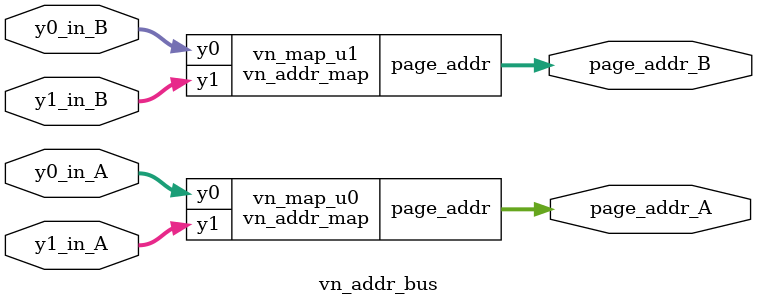
<source format=v>
`timescale 1ns / 1ps
module vn_addr_map (
    output wire [4:0] page_addr,
	
    input wire [1:0] y0,
    input wire [2:0] y1
    );
	
	assign page_addr[3:0] = {y0[1:0], y1[2:0]};
endmodule

// Description:
// Concatenation of page and bank address bus for a multiple-port decomposed LUT
module vn_addr_bus (
	// For port A (output)
    output wire [4:0] page_addr_A,

	// For port B (output)
    output wire [4:0] page_addr_B,

	// For port A (input, two coreesponding incoming messages)
    input wire [1:0] y0_in_A,
    input wire [2:0] y1_in_A,
	// For port B (input, two coreesponding incoming messages)
    input wire [1:0] y0_in_B,
    input wire [2:0] y1_in_B
	);
	
	vn_addr_map vn_map_u0(
		.page_addr (page_addr_A[4:0]),
		
		.y0 (y0_in_A[1:0]),
		.y1 (y1_in_A[2:0])
	);
	vn_addr_map vn_map_u1(
		.page_addr (page_addr_B[4:0]),
		
		.y0 (y0_in_B[1:0]),
		.y1 (y1_in_B[2:0])
	);
endmodule
</source>
